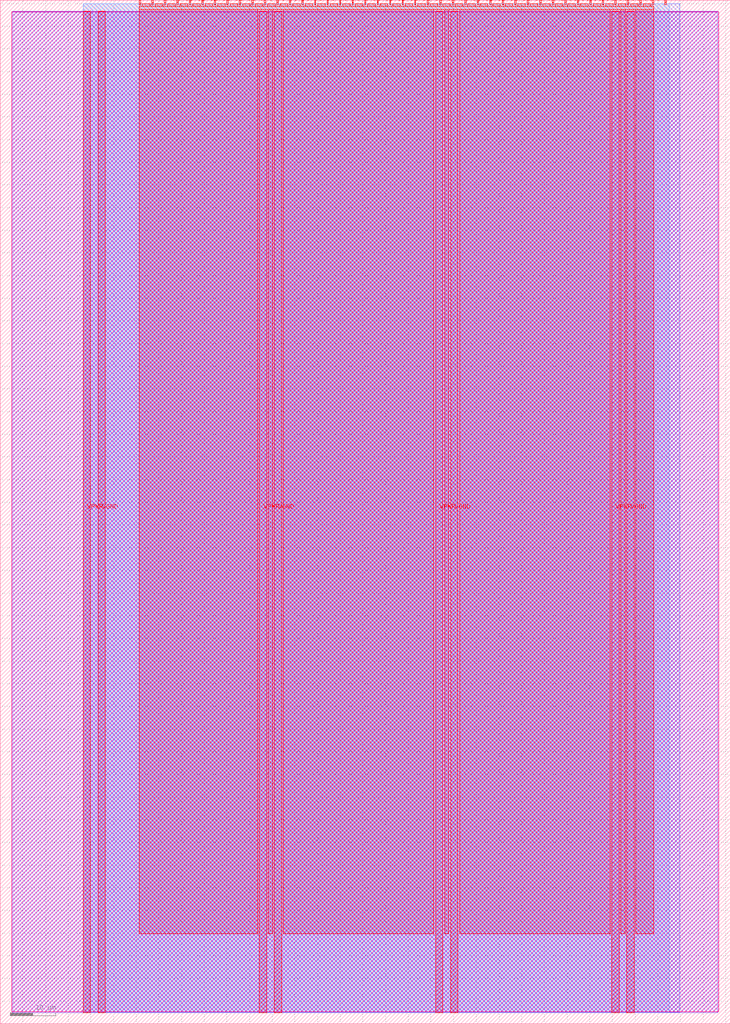
<source format=lef>
VERSION 5.7 ;
  NOWIREEXTENSIONATPIN ON ;
  DIVIDERCHAR "/" ;
  BUSBITCHARS "[]" ;
MACRO tt_um_sergejsumnovs_spi_slave
  CLASS BLOCK ;
  FOREIGN tt_um_sergejsumnovs_spi_slave ;
  ORIGIN 0.000 0.000 ;
  SIZE 161.000 BY 225.760 ;
  PIN VGND
    DIRECTION INOUT ;
    USE GROUND ;
    PORT
      LAYER met4 ;
        RECT 21.580 2.480 23.180 223.280 ;
    END
    PORT
      LAYER met4 ;
        RECT 60.450 2.480 62.050 223.280 ;
    END
    PORT
      LAYER met4 ;
        RECT 99.320 2.480 100.920 223.280 ;
    END
    PORT
      LAYER met4 ;
        RECT 138.190 2.480 139.790 223.280 ;
    END
  END VGND
  PIN VPWR
    DIRECTION INOUT ;
    USE POWER ;
    PORT
      LAYER met4 ;
        RECT 18.280 2.480 19.880 223.280 ;
    END
    PORT
      LAYER met4 ;
        RECT 57.150 2.480 58.750 223.280 ;
    END
    PORT
      LAYER met4 ;
        RECT 96.020 2.480 97.620 223.280 ;
    END
    PORT
      LAYER met4 ;
        RECT 134.890 2.480 136.490 223.280 ;
    END
  END VPWR
  PIN clk
    DIRECTION INPUT ;
    USE SIGNAL ;
    ANTENNAGATEAREA 0.852000 ;
    PORT
      LAYER met4 ;
        RECT 143.830 224.760 144.130 225.760 ;
    END
  END clk
  PIN ena
    DIRECTION INPUT ;
    USE SIGNAL ;
    PORT
      LAYER met4 ;
        RECT 146.590 224.760 146.890 225.760 ;
    END
  END ena
  PIN rst_n
    DIRECTION INPUT ;
    USE SIGNAL ;
    ANTENNAGATEAREA 0.213000 ;
    PORT
      LAYER met4 ;
        RECT 141.070 224.760 141.370 225.760 ;
    END
  END rst_n
  PIN ui_in[0]
    DIRECTION INPUT ;
    USE SIGNAL ;
    ANTENNAGATEAREA 0.196500 ;
    PORT
      LAYER met4 ;
        RECT 138.310 224.760 138.610 225.760 ;
    END
  END ui_in[0]
  PIN ui_in[1]
    DIRECTION INPUT ;
    USE SIGNAL ;
    ANTENNAGATEAREA 0.196500 ;
    PORT
      LAYER met4 ;
        RECT 135.550 224.760 135.850 225.760 ;
    END
  END ui_in[1]
  PIN ui_in[2]
    DIRECTION INPUT ;
    USE SIGNAL ;
    ANTENNAGATEAREA 0.196500 ;
    PORT
      LAYER met4 ;
        RECT 132.790 224.760 133.090 225.760 ;
    END
  END ui_in[2]
  PIN ui_in[3]
    DIRECTION INPUT ;
    USE SIGNAL ;
    ANTENNAGATEAREA 0.196500 ;
    PORT
      LAYER met4 ;
        RECT 130.030 224.760 130.330 225.760 ;
    END
  END ui_in[3]
  PIN ui_in[4]
    DIRECTION INPUT ;
    USE SIGNAL ;
    ANTENNAGATEAREA 0.196500 ;
    PORT
      LAYER met4 ;
        RECT 127.270 224.760 127.570 225.760 ;
    END
  END ui_in[4]
  PIN ui_in[5]
    DIRECTION INPUT ;
    USE SIGNAL ;
    ANTENNAGATEAREA 0.196500 ;
    PORT
      LAYER met4 ;
        RECT 124.510 224.760 124.810 225.760 ;
    END
  END ui_in[5]
  PIN ui_in[6]
    DIRECTION INPUT ;
    USE SIGNAL ;
    ANTENNAGATEAREA 0.196500 ;
    PORT
      LAYER met4 ;
        RECT 121.750 224.760 122.050 225.760 ;
    END
  END ui_in[6]
  PIN ui_in[7]
    DIRECTION INPUT ;
    USE SIGNAL ;
    ANTENNAGATEAREA 0.196500 ;
    PORT
      LAYER met4 ;
        RECT 118.990 224.760 119.290 225.760 ;
    END
  END ui_in[7]
  PIN uio_in[0]
    DIRECTION INPUT ;
    USE SIGNAL ;
    ANTENNAGATEAREA 0.196500 ;
    PORT
      LAYER met4 ;
        RECT 116.230 224.760 116.530 225.760 ;
    END
  END uio_in[0]
  PIN uio_in[1]
    DIRECTION INPUT ;
    USE SIGNAL ;
    ANTENNAGATEAREA 0.196500 ;
    PORT
      LAYER met4 ;
        RECT 113.470 224.760 113.770 225.760 ;
    END
  END uio_in[1]
  PIN uio_in[2]
    DIRECTION INPUT ;
    USE SIGNAL ;
    PORT
      LAYER met4 ;
        RECT 110.710 224.760 111.010 225.760 ;
    END
  END uio_in[2]
  PIN uio_in[3]
    DIRECTION INPUT ;
    USE SIGNAL ;
    ANTENNAGATEAREA 0.196500 ;
    PORT
      LAYER met4 ;
        RECT 107.950 224.760 108.250 225.760 ;
    END
  END uio_in[3]
  PIN uio_in[4]
    DIRECTION INPUT ;
    USE SIGNAL ;
    ANTENNAGATEAREA 0.196500 ;
    PORT
      LAYER met4 ;
        RECT 105.190 224.760 105.490 225.760 ;
    END
  END uio_in[4]
  PIN uio_in[5]
    DIRECTION INPUT ;
    USE SIGNAL ;
    ANTENNAGATEAREA 0.196500 ;
    PORT
      LAYER met4 ;
        RECT 102.430 224.760 102.730 225.760 ;
    END
  END uio_in[5]
  PIN uio_in[6]
    DIRECTION INPUT ;
    USE SIGNAL ;
    ANTENNAGATEAREA 0.196500 ;
    PORT
      LAYER met4 ;
        RECT 99.670 224.760 99.970 225.760 ;
    END
  END uio_in[6]
  PIN uio_in[7]
    DIRECTION INPUT ;
    USE SIGNAL ;
    ANTENNAGATEAREA 0.196500 ;
    PORT
      LAYER met4 ;
        RECT 96.910 224.760 97.210 225.760 ;
    END
  END uio_in[7]
  PIN uio_oe[0]
    DIRECTION OUTPUT ;
    USE SIGNAL ;
    PORT
      LAYER met4 ;
        RECT 49.990 224.760 50.290 225.760 ;
    END
  END uio_oe[0]
  PIN uio_oe[1]
    DIRECTION OUTPUT ;
    USE SIGNAL ;
    PORT
      LAYER met4 ;
        RECT 47.230 224.760 47.530 225.760 ;
    END
  END uio_oe[1]
  PIN uio_oe[2]
    DIRECTION OUTPUT ;
    USE SIGNAL ;
    PORT
      LAYER met4 ;
        RECT 44.470 224.760 44.770 225.760 ;
    END
  END uio_oe[2]
  PIN uio_oe[3]
    DIRECTION OUTPUT ;
    USE SIGNAL ;
    PORT
      LAYER met4 ;
        RECT 41.710 224.760 42.010 225.760 ;
    END
  END uio_oe[3]
  PIN uio_oe[4]
    DIRECTION OUTPUT ;
    USE SIGNAL ;
    ANTENNADIFFAREA 0.445500 ;
    PORT
      LAYER met4 ;
        RECT 38.950 224.760 39.250 225.760 ;
    END
  END uio_oe[4]
  PIN uio_oe[5]
    DIRECTION OUTPUT ;
    USE SIGNAL ;
    ANTENNADIFFAREA 0.445500 ;
    PORT
      LAYER met4 ;
        RECT 36.190 224.760 36.490 225.760 ;
    END
  END uio_oe[5]
  PIN uio_oe[6]
    DIRECTION OUTPUT ;
    USE SIGNAL ;
    ANTENNADIFFAREA 0.445500 ;
    PORT
      LAYER met4 ;
        RECT 33.430 224.760 33.730 225.760 ;
    END
  END uio_oe[6]
  PIN uio_oe[7]
    DIRECTION OUTPUT ;
    USE SIGNAL ;
    ANTENNADIFFAREA 0.445500 ;
    PORT
      LAYER met4 ;
        RECT 30.670 224.760 30.970 225.760 ;
    END
  END uio_oe[7]
  PIN uio_out[0]
    DIRECTION OUTPUT ;
    USE SIGNAL ;
    PORT
      LAYER met4 ;
        RECT 72.070 224.760 72.370 225.760 ;
    END
  END uio_out[0]
  PIN uio_out[1]
    DIRECTION OUTPUT ;
    USE SIGNAL ;
    PORT
      LAYER met4 ;
        RECT 69.310 224.760 69.610 225.760 ;
    END
  END uio_out[1]
  PIN uio_out[2]
    DIRECTION OUTPUT ;
    USE SIGNAL ;
    ANTENNADIFFAREA 0.445500 ;
    PORT
      LAYER met4 ;
        RECT 66.550 224.760 66.850 225.760 ;
    END
  END uio_out[2]
  PIN uio_out[3]
    DIRECTION OUTPUT ;
    USE SIGNAL ;
    PORT
      LAYER met4 ;
        RECT 63.790 224.760 64.090 225.760 ;
    END
  END uio_out[3]
  PIN uio_out[4]
    DIRECTION OUTPUT ;
    USE SIGNAL ;
    ANTENNADIFFAREA 0.445500 ;
    PORT
      LAYER met4 ;
        RECT 61.030 224.760 61.330 225.760 ;
    END
  END uio_out[4]
  PIN uio_out[5]
    DIRECTION OUTPUT ;
    USE SIGNAL ;
    ANTENNADIFFAREA 0.445500 ;
    PORT
      LAYER met4 ;
        RECT 58.270 224.760 58.570 225.760 ;
    END
  END uio_out[5]
  PIN uio_out[6]
    DIRECTION OUTPUT ;
    USE SIGNAL ;
    ANTENNADIFFAREA 0.445500 ;
    PORT
      LAYER met4 ;
        RECT 55.510 224.760 55.810 225.760 ;
    END
  END uio_out[6]
  PIN uio_out[7]
    DIRECTION OUTPUT ;
    USE SIGNAL ;
    ANTENNADIFFAREA 0.445500 ;
    PORT
      LAYER met4 ;
        RECT 52.750 224.760 53.050 225.760 ;
    END
  END uio_out[7]
  PIN uo_out[0]
    DIRECTION OUTPUT ;
    USE SIGNAL ;
    ANTENNADIFFAREA 0.795200 ;
    PORT
      LAYER met4 ;
        RECT 94.150 224.760 94.450 225.760 ;
    END
  END uo_out[0]
  PIN uo_out[1]
    DIRECTION OUTPUT ;
    USE SIGNAL ;
    ANTENNADIFFAREA 0.795200 ;
    PORT
      LAYER met4 ;
        RECT 91.390 224.760 91.690 225.760 ;
    END
  END uo_out[1]
  PIN uo_out[2]
    DIRECTION OUTPUT ;
    USE SIGNAL ;
    ANTENNADIFFAREA 0.795200 ;
    PORT
      LAYER met4 ;
        RECT 88.630 224.760 88.930 225.760 ;
    END
  END uo_out[2]
  PIN uo_out[3]
    DIRECTION OUTPUT ;
    USE SIGNAL ;
    ANTENNADIFFAREA 0.445500 ;
    PORT
      LAYER met4 ;
        RECT 85.870 224.760 86.170 225.760 ;
    END
  END uo_out[3]
  PIN uo_out[4]
    DIRECTION OUTPUT ;
    USE SIGNAL ;
    ANTENNADIFFAREA 0.795200 ;
    PORT
      LAYER met4 ;
        RECT 83.110 224.760 83.410 225.760 ;
    END
  END uo_out[4]
  PIN uo_out[5]
    DIRECTION OUTPUT ;
    USE SIGNAL ;
    PORT
      LAYER met4 ;
        RECT 80.350 224.760 80.650 225.760 ;
    END
  END uo_out[5]
  PIN uo_out[6]
    DIRECTION OUTPUT ;
    USE SIGNAL ;
    PORT
      LAYER met4 ;
        RECT 77.590 224.760 77.890 225.760 ;
    END
  END uo_out[6]
  PIN uo_out[7]
    DIRECTION OUTPUT ;
    USE SIGNAL ;
    PORT
      LAYER met4 ;
        RECT 74.830 224.760 75.130 225.760 ;
    END
  END uo_out[7]
  OBS
      LAYER nwell ;
        RECT 2.570 2.635 158.430 223.230 ;
      LAYER li1 ;
        RECT 2.760 2.635 158.240 223.125 ;
      LAYER met1 ;
        RECT 2.760 2.480 158.240 223.280 ;
      LAYER met2 ;
        RECT 18.310 2.535 149.860 224.925 ;
      LAYER met3 ;
        RECT 18.290 2.555 147.595 224.905 ;
      LAYER met4 ;
        RECT 31.370 224.360 33.030 224.905 ;
        RECT 34.130 224.360 35.790 224.905 ;
        RECT 36.890 224.360 38.550 224.905 ;
        RECT 39.650 224.360 41.310 224.905 ;
        RECT 42.410 224.360 44.070 224.905 ;
        RECT 45.170 224.360 46.830 224.905 ;
        RECT 47.930 224.360 49.590 224.905 ;
        RECT 50.690 224.360 52.350 224.905 ;
        RECT 53.450 224.360 55.110 224.905 ;
        RECT 56.210 224.360 57.870 224.905 ;
        RECT 58.970 224.360 60.630 224.905 ;
        RECT 61.730 224.360 63.390 224.905 ;
        RECT 64.490 224.360 66.150 224.905 ;
        RECT 67.250 224.360 68.910 224.905 ;
        RECT 70.010 224.360 71.670 224.905 ;
        RECT 72.770 224.360 74.430 224.905 ;
        RECT 75.530 224.360 77.190 224.905 ;
        RECT 78.290 224.360 79.950 224.905 ;
        RECT 81.050 224.360 82.710 224.905 ;
        RECT 83.810 224.360 85.470 224.905 ;
        RECT 86.570 224.360 88.230 224.905 ;
        RECT 89.330 224.360 90.990 224.905 ;
        RECT 92.090 224.360 93.750 224.905 ;
        RECT 94.850 224.360 96.510 224.905 ;
        RECT 97.610 224.360 99.270 224.905 ;
        RECT 100.370 224.360 102.030 224.905 ;
        RECT 103.130 224.360 104.790 224.905 ;
        RECT 105.890 224.360 107.550 224.905 ;
        RECT 108.650 224.360 110.310 224.905 ;
        RECT 111.410 224.360 113.070 224.905 ;
        RECT 114.170 224.360 115.830 224.905 ;
        RECT 116.930 224.360 118.590 224.905 ;
        RECT 119.690 224.360 121.350 224.905 ;
        RECT 122.450 224.360 124.110 224.905 ;
        RECT 125.210 224.360 126.870 224.905 ;
        RECT 127.970 224.360 129.630 224.905 ;
        RECT 130.730 224.360 132.390 224.905 ;
        RECT 133.490 224.360 135.150 224.905 ;
        RECT 136.250 224.360 137.910 224.905 ;
        RECT 139.010 224.360 140.670 224.905 ;
        RECT 141.770 224.360 143.430 224.905 ;
        RECT 30.655 223.680 144.145 224.360 ;
        RECT 30.655 19.895 56.750 223.680 ;
        RECT 59.150 19.895 60.050 223.680 ;
        RECT 62.450 19.895 95.620 223.680 ;
        RECT 98.020 19.895 98.920 223.680 ;
        RECT 101.320 19.895 134.490 223.680 ;
        RECT 136.890 19.895 137.790 223.680 ;
        RECT 140.190 19.895 144.145 223.680 ;
  END
END tt_um_sergejsumnovs_spi_slave
END LIBRARY


</source>
